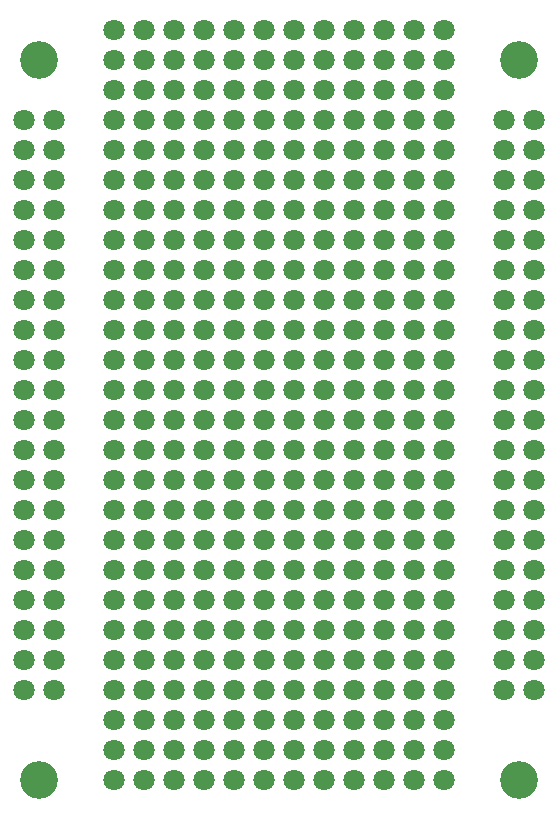
<source format=gbr>
%TF.GenerationSoftware,KiCad,Pcbnew,(5.1.10-1-10_14)*%
%TF.CreationDate,2021-09-01T11:57:48-05:00*%
%TF.ProjectId,soldering,736f6c64-6572-4696-9e67-2e6b69636164,rev?*%
%TF.SameCoordinates,Original*%
%TF.FileFunction,Soldermask,Top*%
%TF.FilePolarity,Negative*%
%FSLAX46Y46*%
G04 Gerber Fmt 4.6, Leading zero omitted, Abs format (unit mm)*
G04 Created by KiCad (PCBNEW (5.1.10-1-10_14)) date 2021-09-01 11:57:48*
%MOMM*%
%LPD*%
G01*
G04 APERTURE LIST*
%ADD10C,1.800000*%
%ADD11C,3.200000*%
G04 APERTURE END LIST*
D10*
%TO.C,REF\u002A\u002A*%
X154940000Y-99060000D03*
%TD*%
%TO.C,REF\u002A\u002A*%
X152400000Y-99060000D03*
%TD*%
%TO.C,REF\u002A\u002A*%
X111760000Y-99060000D03*
%TD*%
%TO.C,REF\u002A\u002A*%
X114300000Y-99060000D03*
%TD*%
%TO.C,REF\u002A\u002A*%
X147320000Y-104140000D03*
%TD*%
%TO.C,REF\u002A\u002A*%
X144780000Y-106680000D03*
%TD*%
%TO.C,REF\u002A\u002A*%
X144780000Y-154940000D03*
%TD*%
%TO.C,REF\u002A\u002A*%
X147320000Y-154940000D03*
%TD*%
%TO.C,REF\u002A\u002A*%
X147320000Y-147320000D03*
%TD*%
%TO.C,REF\u002A\u002A*%
X144780000Y-132080000D03*
%TD*%
%TO.C,REF\u002A\u002A*%
X147320000Y-142240000D03*
%TD*%
%TO.C,REF\u002A\u002A*%
X147320000Y-99060000D03*
%TD*%
%TO.C,REF\u002A\u002A*%
X147320000Y-91440000D03*
%TD*%
%TO.C,REF\u002A\u002A*%
X147320000Y-101600000D03*
%TD*%
%TO.C,REF\u002A\u002A*%
X144780000Y-116840000D03*
%TD*%
%TO.C,REF\u002A\u002A*%
X147320000Y-119380000D03*
%TD*%
%TO.C,REF\u002A\u002A*%
X147320000Y-109220000D03*
%TD*%
%TO.C,REF\u002A\u002A*%
X144780000Y-111760000D03*
%TD*%
%TO.C,REF\u002A\u002A*%
X147320000Y-114300000D03*
%TD*%
%TO.C,REF\u002A\u002A*%
X142240000Y-152400000D03*
%TD*%
%TO.C,REF\u002A\u002A*%
X142240000Y-142240000D03*
%TD*%
%TO.C,REF\u002A\u002A*%
X139700000Y-149860000D03*
%TD*%
%TO.C,REF\u002A\u002A*%
X139700000Y-152400000D03*
%TD*%
%TO.C,REF\u002A\u002A*%
X144780000Y-101600000D03*
%TD*%
%TO.C,REF\u002A\u002A*%
X144780000Y-152400000D03*
%TD*%
%TO.C,REF\u002A\u002A*%
X142240000Y-116840000D03*
%TD*%
%TO.C,REF\u002A\u002A*%
X139700000Y-104140000D03*
%TD*%
%TO.C,REF\u002A\u002A*%
X142240000Y-106680000D03*
%TD*%
%TO.C,REF\u002A\u002A*%
X142240000Y-132080000D03*
%TD*%
%TO.C,REF\u002A\u002A*%
X139700000Y-144780000D03*
%TD*%
%TO.C,REF\u002A\u002A*%
X147320000Y-124460000D03*
%TD*%
%TO.C,REF\u002A\u002A*%
X144780000Y-99060000D03*
%TD*%
%TO.C,REF\u002A\u002A*%
X144780000Y-91440000D03*
%TD*%
%TO.C,REF\u002A\u002A*%
X147320000Y-111760000D03*
%TD*%
%TO.C,REF\u002A\u002A*%
X147320000Y-129540000D03*
%TD*%
%TO.C,REF\u002A\u002A*%
X147320000Y-93980000D03*
%TD*%
%TO.C,REF\u002A\u002A*%
X147320000Y-134620000D03*
%TD*%
%TO.C,REF\u002A\u002A*%
X144780000Y-119380000D03*
%TD*%
%TO.C,REF\u002A\u002A*%
X144780000Y-114300000D03*
%TD*%
%TO.C,REF\u002A\u002A*%
X147320000Y-127000000D03*
%TD*%
%TO.C,REF\u002A\u002A*%
X144780000Y-124460000D03*
%TD*%
%TO.C,REF\u002A\u002A*%
X144780000Y-96520000D03*
%TD*%
%TO.C,REF\u002A\u002A*%
X144780000Y-127000000D03*
%TD*%
%TO.C,REF\u002A\u002A*%
X139700000Y-154940000D03*
%TD*%
%TO.C,REF\u002A\u002A*%
X142240000Y-154940000D03*
%TD*%
%TO.C,REF\u002A\u002A*%
X147320000Y-121920000D03*
%TD*%
%TO.C,REF\u002A\u002A*%
X144780000Y-129540000D03*
%TD*%
%TO.C,REF\u002A\u002A*%
X144780000Y-109220000D03*
%TD*%
%TO.C,REF\u002A\u002A*%
X144780000Y-93980000D03*
%TD*%
%TO.C,REF\u002A\u002A*%
X147320000Y-96520000D03*
%TD*%
%TO.C,REF\u002A\u002A*%
X147320000Y-139700000D03*
%TD*%
%TO.C,REF\u002A\u002A*%
X144780000Y-149860000D03*
%TD*%
%TO.C,REF\u002A\u002A*%
X144780000Y-121920000D03*
%TD*%
%TO.C,REF\u002A\u002A*%
X147320000Y-137160000D03*
%TD*%
%TO.C,REF\u002A\u002A*%
X144780000Y-137160000D03*
%TD*%
%TO.C,REF\u002A\u002A*%
X144780000Y-134620000D03*
%TD*%
%TO.C,REF\u002A\u002A*%
X147320000Y-149860000D03*
%TD*%
%TO.C,REF\u002A\u002A*%
X144780000Y-142240000D03*
%TD*%
%TO.C,REF\u002A\u002A*%
X147320000Y-116840000D03*
%TD*%
%TO.C,REF\u002A\u002A*%
X144780000Y-104140000D03*
%TD*%
%TO.C,REF\u002A\u002A*%
X147320000Y-106680000D03*
%TD*%
%TO.C,REF\u002A\u002A*%
X147320000Y-132080000D03*
%TD*%
%TO.C,REF\u002A\u002A*%
X144780000Y-144780000D03*
%TD*%
%TO.C,REF\u002A\u002A*%
X144780000Y-147320000D03*
%TD*%
%TO.C,REF\u002A\u002A*%
X147320000Y-144780000D03*
%TD*%
%TO.C,REF\u002A\u002A*%
X144780000Y-139700000D03*
%TD*%
%TO.C,REF\u002A\u002A*%
X147320000Y-152400000D03*
%TD*%
%TO.C,REF\u002A\u002A*%
X142240000Y-147320000D03*
%TD*%
%TO.C,REF\u002A\u002A*%
X142240000Y-139700000D03*
%TD*%
%TO.C,REF\u002A\u002A*%
X142240000Y-144780000D03*
%TD*%
%TO.C,REF\u002A\u002A*%
X139700000Y-139700000D03*
%TD*%
%TO.C,REF\u002A\u002A*%
X139700000Y-147320000D03*
%TD*%
%TO.C,REF\u002A\u002A*%
X139700000Y-142240000D03*
%TD*%
%TO.C,REF\u002A\u002A*%
X142240000Y-149860000D03*
%TD*%
%TO.C,REF\u002A\u002A*%
X139700000Y-96520000D03*
%TD*%
%TO.C,REF\u002A\u002A*%
X139700000Y-106680000D03*
%TD*%
%TO.C,REF\u002A\u002A*%
X142240000Y-137160000D03*
%TD*%
%TO.C,REF\u002A\u002A*%
X139700000Y-93980000D03*
%TD*%
%TO.C,REF\u002A\u002A*%
X139700000Y-134620000D03*
%TD*%
%TO.C,REF\u002A\u002A*%
X139700000Y-132080000D03*
%TD*%
%TO.C,REF\u002A\u002A*%
X139700000Y-109220000D03*
%TD*%
%TO.C,REF\u002A\u002A*%
X139700000Y-101600000D03*
%TD*%
%TO.C,REF\u002A\u002A*%
X142240000Y-91440000D03*
%TD*%
%TO.C,REF\u002A\u002A*%
X139700000Y-121920000D03*
%TD*%
%TO.C,REF\u002A\u002A*%
X142240000Y-99060000D03*
%TD*%
%TO.C,REF\u002A\u002A*%
X142240000Y-96520000D03*
%TD*%
%TO.C,REF\u002A\u002A*%
X142240000Y-104140000D03*
%TD*%
%TO.C,REF\u002A\u002A*%
X139700000Y-137160000D03*
%TD*%
%TO.C,REF\u002A\u002A*%
X142240000Y-121920000D03*
%TD*%
%TO.C,REF\u002A\u002A*%
X139700000Y-129540000D03*
%TD*%
%TO.C,REF\u002A\u002A*%
X139700000Y-127000000D03*
%TD*%
%TO.C,REF\u002A\u002A*%
X142240000Y-93980000D03*
%TD*%
%TO.C,REF\u002A\u002A*%
X142240000Y-111760000D03*
%TD*%
%TO.C,REF\u002A\u002A*%
X142240000Y-129540000D03*
%TD*%
%TO.C,REF\u002A\u002A*%
X142240000Y-127000000D03*
%TD*%
%TO.C,REF\u002A\u002A*%
X139700000Y-124460000D03*
%TD*%
%TO.C,REF\u002A\u002A*%
X142240000Y-109220000D03*
%TD*%
%TO.C,REF\u002A\u002A*%
X139700000Y-99060000D03*
%TD*%
%TO.C,REF\u002A\u002A*%
X139700000Y-91440000D03*
%TD*%
%TO.C,REF\u002A\u002A*%
X142240000Y-101600000D03*
%TD*%
%TO.C,REF\u002A\u002A*%
X142240000Y-114300000D03*
%TD*%
%TO.C,REF\u002A\u002A*%
X139700000Y-116840000D03*
%TD*%
%TO.C,REF\u002A\u002A*%
X142240000Y-119380000D03*
%TD*%
%TO.C,REF\u002A\u002A*%
X142240000Y-124460000D03*
%TD*%
%TO.C,REF\u002A\u002A*%
X139700000Y-111760000D03*
%TD*%
%TO.C,REF\u002A\u002A*%
X139700000Y-114300000D03*
%TD*%
%TO.C,REF\u002A\u002A*%
X142240000Y-134620000D03*
%TD*%
%TO.C,REF\u002A\u002A*%
X139700000Y-119380000D03*
%TD*%
%TO.C,REF\u002A\u002A*%
X132080000Y-134620000D03*
%TD*%
%TO.C,REF\u002A\u002A*%
X129540000Y-119380000D03*
%TD*%
%TO.C,REF\u002A\u002A*%
X129540000Y-114300000D03*
%TD*%
%TO.C,REF\u002A\u002A*%
X129540000Y-127000000D03*
%TD*%
%TO.C,REF\u002A\u002A*%
X132080000Y-121920000D03*
%TD*%
%TO.C,REF\u002A\u002A*%
X129540000Y-129540000D03*
%TD*%
%TO.C,REF\u002A\u002A*%
X132080000Y-101600000D03*
%TD*%
%TO.C,REF\u002A\u002A*%
X132080000Y-109220000D03*
%TD*%
%TO.C,REF\u002A\u002A*%
X129540000Y-111760000D03*
%TD*%
%TO.C,REF\u002A\u002A*%
X132080000Y-114300000D03*
%TD*%
%TO.C,REF\u002A\u002A*%
X129540000Y-116840000D03*
%TD*%
%TO.C,REF\u002A\u002A*%
X132080000Y-119380000D03*
%TD*%
%TO.C,REF\u002A\u002A*%
X132080000Y-124460000D03*
%TD*%
%TO.C,REF\u002A\u002A*%
X129540000Y-99060000D03*
%TD*%
%TO.C,REF\u002A\u002A*%
X129540000Y-91440000D03*
%TD*%
%TO.C,REF\u002A\u002A*%
X132080000Y-93980000D03*
%TD*%
%TO.C,REF\u002A\u002A*%
X132080000Y-111760000D03*
%TD*%
%TO.C,REF\u002A\u002A*%
X132080000Y-129540000D03*
%TD*%
%TO.C,REF\u002A\u002A*%
X132080000Y-127000000D03*
%TD*%
%TO.C,REF\u002A\u002A*%
X129540000Y-124460000D03*
%TD*%
%TO.C,REF\u002A\u002A*%
X129540000Y-96520000D03*
%TD*%
%TO.C,REF\u002A\u002A*%
X132080000Y-99060000D03*
%TD*%
%TO.C,REF\u002A\u002A*%
X129540000Y-93980000D03*
%TD*%
%TO.C,REF\u002A\u002A*%
X132080000Y-96520000D03*
%TD*%
%TO.C,REF\u002A\u002A*%
X132080000Y-104140000D03*
%TD*%
%TO.C,REF\u002A\u002A*%
X129540000Y-106680000D03*
%TD*%
%TO.C,REF\u002A\u002A*%
X129540000Y-132080000D03*
%TD*%
%TO.C,REF\u002A\u002A*%
X129540000Y-109220000D03*
%TD*%
%TO.C,REF\u002A\u002A*%
X129540000Y-101600000D03*
%TD*%
%TO.C,REF\u002A\u002A*%
X132080000Y-91440000D03*
%TD*%
%TO.C,REF\u002A\u002A*%
X129540000Y-121920000D03*
%TD*%
%TO.C,REF\u002A\u002A*%
X132080000Y-137160000D03*
%TD*%
%TO.C,REF\u002A\u002A*%
X129540000Y-137160000D03*
%TD*%
%TO.C,REF\u002A\u002A*%
X129540000Y-134620000D03*
%TD*%
%TO.C,REF\u002A\u002A*%
X132080000Y-149860000D03*
%TD*%
%TO.C,REF\u002A\u002A*%
X129540000Y-142240000D03*
%TD*%
%TO.C,REF\u002A\u002A*%
X132080000Y-116840000D03*
%TD*%
%TO.C,REF\u002A\u002A*%
X129540000Y-104140000D03*
%TD*%
%TO.C,REF\u002A\u002A*%
X132080000Y-106680000D03*
%TD*%
%TO.C,REF\u002A\u002A*%
X132080000Y-132080000D03*
%TD*%
%TO.C,REF\u002A\u002A*%
X129540000Y-144780000D03*
%TD*%
%TO.C,REF\u002A\u002A*%
X137160000Y-124460000D03*
%TD*%
%TO.C,REF\u002A\u002A*%
X134620000Y-99060000D03*
%TD*%
%TO.C,REF\u002A\u002A*%
X134620000Y-91440000D03*
%TD*%
%TO.C,REF\u002A\u002A*%
X137160000Y-111760000D03*
%TD*%
%TO.C,REF\u002A\u002A*%
X137160000Y-129540000D03*
%TD*%
%TO.C,REF\u002A\u002A*%
X137160000Y-93980000D03*
%TD*%
%TO.C,REF\u002A\u002A*%
X137160000Y-134620000D03*
%TD*%
%TO.C,REF\u002A\u002A*%
X134620000Y-119380000D03*
%TD*%
%TO.C,REF\u002A\u002A*%
X134620000Y-114300000D03*
%TD*%
%TO.C,REF\u002A\u002A*%
X137160000Y-127000000D03*
%TD*%
%TO.C,REF\u002A\u002A*%
X134620000Y-124460000D03*
%TD*%
%TO.C,REF\u002A\u002A*%
X134620000Y-96520000D03*
%TD*%
%TO.C,REF\u002A\u002A*%
X134620000Y-127000000D03*
%TD*%
%TO.C,REF\u002A\u002A*%
X137160000Y-121920000D03*
%TD*%
%TO.C,REF\u002A\u002A*%
X134620000Y-129540000D03*
%TD*%
%TO.C,REF\u002A\u002A*%
X137160000Y-101600000D03*
%TD*%
%TO.C,REF\u002A\u002A*%
X134620000Y-116840000D03*
%TD*%
%TO.C,REF\u002A\u002A*%
X137160000Y-119380000D03*
%TD*%
%TO.C,REF\u002A\u002A*%
X137160000Y-109220000D03*
%TD*%
%TO.C,REF\u002A\u002A*%
X134620000Y-111760000D03*
%TD*%
%TO.C,REF\u002A\u002A*%
X137160000Y-114300000D03*
%TD*%
%TO.C,REF\u002A\u002A*%
X134620000Y-109220000D03*
%TD*%
%TO.C,REF\u002A\u002A*%
X134620000Y-101600000D03*
%TD*%
%TO.C,REF\u002A\u002A*%
X134620000Y-152400000D03*
%TD*%
%TO.C,REF\u002A\u002A*%
X137160000Y-104140000D03*
%TD*%
%TO.C,REF\u002A\u002A*%
X134620000Y-106680000D03*
%TD*%
%TO.C,REF\u002A\u002A*%
X134620000Y-154940000D03*
%TD*%
%TO.C,REF\u002A\u002A*%
X137160000Y-154940000D03*
%TD*%
%TO.C,REF\u002A\u002A*%
X137160000Y-147320000D03*
%TD*%
%TO.C,REF\u002A\u002A*%
X134620000Y-132080000D03*
%TD*%
%TO.C,REF\u002A\u002A*%
X137160000Y-142240000D03*
%TD*%
%TO.C,REF\u002A\u002A*%
X137160000Y-99060000D03*
%TD*%
%TO.C,REF\u002A\u002A*%
X134620000Y-93980000D03*
%TD*%
%TO.C,REF\u002A\u002A*%
X137160000Y-96520000D03*
%TD*%
%TO.C,REF\u002A\u002A*%
X137160000Y-139700000D03*
%TD*%
%TO.C,REF\u002A\u002A*%
X134620000Y-121920000D03*
%TD*%
%TO.C,REF\u002A\u002A*%
X137160000Y-137160000D03*
%TD*%
%TO.C,REF\u002A\u002A*%
X134620000Y-137160000D03*
%TD*%
%TO.C,REF\u002A\u002A*%
X134620000Y-134620000D03*
%TD*%
%TO.C,REF\u002A\u002A*%
X137160000Y-149860000D03*
%TD*%
%TO.C,REF\u002A\u002A*%
X134620000Y-142240000D03*
%TD*%
%TO.C,REF\u002A\u002A*%
X137160000Y-116840000D03*
%TD*%
%TO.C,REF\u002A\u002A*%
X134620000Y-104140000D03*
%TD*%
%TO.C,REF\u002A\u002A*%
X137160000Y-106680000D03*
%TD*%
%TO.C,REF\u002A\u002A*%
X137160000Y-132080000D03*
%TD*%
%TO.C,REF\u002A\u002A*%
X134620000Y-144780000D03*
%TD*%
%TO.C,REF\u002A\u002A*%
X134620000Y-147320000D03*
%TD*%
%TO.C,REF\u002A\u002A*%
X137160000Y-144780000D03*
%TD*%
%TO.C,REF\u002A\u002A*%
X134620000Y-139700000D03*
%TD*%
%TO.C,REF\u002A\u002A*%
X137160000Y-152400000D03*
%TD*%
%TO.C,REF\u002A\u002A*%
X137160000Y-91440000D03*
%TD*%
%TO.C,REF\u002A\u002A*%
X134620000Y-149860000D03*
%TD*%
%TO.C,REF\u002A\u002A*%
X129540000Y-154940000D03*
%TD*%
%TO.C,REF\u002A\u002A*%
X132080000Y-154940000D03*
%TD*%
%TO.C,REF\u002A\u002A*%
X132080000Y-147320000D03*
%TD*%
%TO.C,REF\u002A\u002A*%
X132080000Y-139700000D03*
%TD*%
%TO.C,REF\u002A\u002A*%
X132080000Y-144780000D03*
%TD*%
%TO.C,REF\u002A\u002A*%
X129540000Y-139700000D03*
%TD*%
%TO.C,REF\u002A\u002A*%
X129540000Y-147320000D03*
%TD*%
%TO.C,REF\u002A\u002A*%
X132080000Y-152400000D03*
%TD*%
%TO.C,REF\u002A\u002A*%
X132080000Y-142240000D03*
%TD*%
%TO.C,REF\u002A\u002A*%
X129540000Y-149860000D03*
%TD*%
%TO.C,REF\u002A\u002A*%
X129540000Y-152400000D03*
%TD*%
%TO.C,REF\u002A\u002A*%
X127000000Y-134620000D03*
%TD*%
%TO.C,REF\u002A\u002A*%
X124460000Y-119380000D03*
%TD*%
%TO.C,REF\u002A\u002A*%
X124460000Y-114300000D03*
%TD*%
%TO.C,REF\u002A\u002A*%
X124460000Y-127000000D03*
%TD*%
%TO.C,REF\u002A\u002A*%
X127000000Y-121920000D03*
%TD*%
%TO.C,REF\u002A\u002A*%
X124460000Y-129540000D03*
%TD*%
%TO.C,REF\u002A\u002A*%
X127000000Y-101600000D03*
%TD*%
%TO.C,REF\u002A\u002A*%
X127000000Y-109220000D03*
%TD*%
%TO.C,REF\u002A\u002A*%
X124460000Y-111760000D03*
%TD*%
%TO.C,REF\u002A\u002A*%
X127000000Y-114300000D03*
%TD*%
%TO.C,REF\u002A\u002A*%
X124460000Y-116840000D03*
%TD*%
%TO.C,REF\u002A\u002A*%
X127000000Y-119380000D03*
%TD*%
%TO.C,REF\u002A\u002A*%
X127000000Y-124460000D03*
%TD*%
%TO.C,REF\u002A\u002A*%
X124460000Y-99060000D03*
%TD*%
%TO.C,REF\u002A\u002A*%
X124460000Y-91440000D03*
%TD*%
%TO.C,REF\u002A\u002A*%
X127000000Y-93980000D03*
%TD*%
%TO.C,REF\u002A\u002A*%
X127000000Y-111760000D03*
%TD*%
%TO.C,REF\u002A\u002A*%
X127000000Y-129540000D03*
%TD*%
%TO.C,REF\u002A\u002A*%
X127000000Y-127000000D03*
%TD*%
%TO.C,REF\u002A\u002A*%
X124460000Y-124460000D03*
%TD*%
%TO.C,REF\u002A\u002A*%
X124460000Y-96520000D03*
%TD*%
%TO.C,REF\u002A\u002A*%
X127000000Y-99060000D03*
%TD*%
%TO.C,REF\u002A\u002A*%
X124460000Y-93980000D03*
%TD*%
%TO.C,REF\u002A\u002A*%
X127000000Y-96520000D03*
%TD*%
%TO.C,REF\u002A\u002A*%
X127000000Y-104140000D03*
%TD*%
%TO.C,REF\u002A\u002A*%
X124460000Y-106680000D03*
%TD*%
%TO.C,REF\u002A\u002A*%
X124460000Y-132080000D03*
%TD*%
%TO.C,REF\u002A\u002A*%
X124460000Y-109220000D03*
%TD*%
%TO.C,REF\u002A\u002A*%
X124460000Y-101600000D03*
%TD*%
%TO.C,REF\u002A\u002A*%
X127000000Y-91440000D03*
%TD*%
%TO.C,REF\u002A\u002A*%
X124460000Y-121920000D03*
%TD*%
%TO.C,REF\u002A\u002A*%
X127000000Y-137160000D03*
%TD*%
%TO.C,REF\u002A\u002A*%
X124460000Y-137160000D03*
%TD*%
%TO.C,REF\u002A\u002A*%
X124460000Y-134620000D03*
%TD*%
%TO.C,REF\u002A\u002A*%
X127000000Y-149860000D03*
%TD*%
%TO.C,REF\u002A\u002A*%
X124460000Y-142240000D03*
%TD*%
%TO.C,REF\u002A\u002A*%
X127000000Y-116840000D03*
%TD*%
%TO.C,REF\u002A\u002A*%
X124460000Y-104140000D03*
%TD*%
%TO.C,REF\u002A\u002A*%
X127000000Y-106680000D03*
%TD*%
%TO.C,REF\u002A\u002A*%
X127000000Y-132080000D03*
%TD*%
%TO.C,REF\u002A\u002A*%
X124460000Y-144780000D03*
%TD*%
%TO.C,REF\u002A\u002A*%
X124460000Y-154940000D03*
%TD*%
%TO.C,REF\u002A\u002A*%
X127000000Y-154940000D03*
%TD*%
%TO.C,REF\u002A\u002A*%
X127000000Y-147320000D03*
%TD*%
%TO.C,REF\u002A\u002A*%
X127000000Y-139700000D03*
%TD*%
%TO.C,REF\u002A\u002A*%
X127000000Y-144780000D03*
%TD*%
%TO.C,REF\u002A\u002A*%
X124460000Y-139700000D03*
%TD*%
%TO.C,REF\u002A\u002A*%
X124460000Y-147320000D03*
%TD*%
%TO.C,REF\u002A\u002A*%
X127000000Y-152400000D03*
%TD*%
%TO.C,REF\u002A\u002A*%
X127000000Y-142240000D03*
%TD*%
%TO.C,REF\u002A\u002A*%
X124460000Y-149860000D03*
%TD*%
%TO.C,REF\u002A\u002A*%
X124460000Y-152400000D03*
%TD*%
%TO.C,REF\u002A\u002A*%
X121920000Y-154940000D03*
%TD*%
%TO.C,REF\u002A\u002A*%
X119380000Y-154940000D03*
%TD*%
%TO.C,REF\u002A\u002A*%
X121920000Y-149860000D03*
%TD*%
%TO.C,REF\u002A\u002A*%
X119380000Y-142240000D03*
%TD*%
%TO.C,REF\u002A\u002A*%
X119380000Y-144780000D03*
%TD*%
%TO.C,REF\u002A\u002A*%
X121920000Y-139700000D03*
%TD*%
%TO.C,REF\u002A\u002A*%
X121920000Y-144780000D03*
%TD*%
%TO.C,REF\u002A\u002A*%
X121920000Y-142240000D03*
%TD*%
%TO.C,REF\u002A\u002A*%
X119380000Y-139700000D03*
%TD*%
%TO.C,REF\u002A\u002A*%
X119380000Y-147320000D03*
%TD*%
%TO.C,REF\u002A\u002A*%
X121920000Y-152400000D03*
%TD*%
%TO.C,REF\u002A\u002A*%
X119380000Y-152400000D03*
%TD*%
%TO.C,REF\u002A\u002A*%
X119380000Y-149860000D03*
%TD*%
%TO.C,REF\u002A\u002A*%
X121920000Y-147320000D03*
%TD*%
%TO.C,REF\u002A\u002A*%
X121920000Y-116840000D03*
%TD*%
%TO.C,REF\u002A\u002A*%
X121920000Y-124460000D03*
%TD*%
%TO.C,REF\u002A\u002A*%
X121920000Y-134620000D03*
%TD*%
%TO.C,REF\u002A\u002A*%
X119380000Y-119380000D03*
%TD*%
%TO.C,REF\u002A\u002A*%
X119380000Y-111760000D03*
%TD*%
%TO.C,REF\u002A\u002A*%
X121920000Y-114300000D03*
%TD*%
%TO.C,REF\u002A\u002A*%
X119380000Y-116840000D03*
%TD*%
%TO.C,REF\u002A\u002A*%
X121920000Y-119380000D03*
%TD*%
%TO.C,REF\u002A\u002A*%
X119380000Y-114300000D03*
%TD*%
%TO.C,REF\u002A\u002A*%
X119380000Y-127000000D03*
%TD*%
%TO.C,REF\u002A\u002A*%
X121920000Y-121920000D03*
%TD*%
%TO.C,REF\u002A\u002A*%
X119380000Y-129540000D03*
%TD*%
%TO.C,REF\u002A\u002A*%
X119380000Y-121920000D03*
%TD*%
%TO.C,REF\u002A\u002A*%
X121920000Y-137160000D03*
%TD*%
%TO.C,REF\u002A\u002A*%
X119380000Y-137160000D03*
%TD*%
%TO.C,REF\u002A\u002A*%
X119380000Y-134620000D03*
%TD*%
%TO.C,REF\u002A\u002A*%
X119380000Y-99060000D03*
%TD*%
%TO.C,REF\u002A\u002A*%
X119380000Y-91440000D03*
%TD*%
%TO.C,REF\u002A\u002A*%
X121920000Y-93980000D03*
%TD*%
%TO.C,REF\u002A\u002A*%
X121920000Y-111760000D03*
%TD*%
%TO.C,REF\u002A\u002A*%
X121920000Y-129540000D03*
%TD*%
%TO.C,REF\u002A\u002A*%
X121920000Y-127000000D03*
%TD*%
%TO.C,REF\u002A\u002A*%
X119380000Y-124460000D03*
%TD*%
%TO.C,REF\u002A\u002A*%
X119380000Y-96520000D03*
%TD*%
%TO.C,REF\u002A\u002A*%
X121920000Y-99060000D03*
%TD*%
%TO.C,REF\u002A\u002A*%
X119380000Y-93980000D03*
%TD*%
%TO.C,REF\u002A\u002A*%
X121920000Y-96520000D03*
%TD*%
%TO.C,REF\u002A\u002A*%
X121920000Y-104140000D03*
%TD*%
%TO.C,REF\u002A\u002A*%
X119380000Y-106680000D03*
%TD*%
%TO.C,REF\u002A\u002A*%
X119380000Y-132080000D03*
%TD*%
%TO.C,REF\u002A\u002A*%
X119380000Y-109220000D03*
%TD*%
%TO.C,REF\u002A\u002A*%
X119380000Y-101600000D03*
%TD*%
%TO.C,REF\u002A\u002A*%
X121920000Y-91440000D03*
%TD*%
%TO.C,REF\u002A\u002A*%
X121920000Y-101600000D03*
%TD*%
%TO.C,REF\u002A\u002A*%
X121920000Y-109220000D03*
%TD*%
%TO.C,REF\u002A\u002A*%
X119380000Y-104140000D03*
%TD*%
%TO.C,REF\u002A\u002A*%
X121920000Y-106680000D03*
%TD*%
%TO.C,REF\u002A\u002A*%
X121920000Y-132080000D03*
%TD*%
%TO.C,REF\u002A\u002A*%
X154940000Y-127000000D03*
%TD*%
%TO.C,REF\u002A\u002A*%
X154940000Y-134620000D03*
%TD*%
%TO.C,REF\u002A\u002A*%
X154940000Y-144780000D03*
%TD*%
%TO.C,REF\u002A\u002A*%
X152400000Y-129540000D03*
%TD*%
%TO.C,REF\u002A\u002A*%
X152400000Y-121920000D03*
%TD*%
%TO.C,REF\u002A\u002A*%
X154940000Y-124460000D03*
%TD*%
%TO.C,REF\u002A\u002A*%
X152400000Y-127000000D03*
%TD*%
%TO.C,REF\u002A\u002A*%
X154940000Y-129540000D03*
%TD*%
%TO.C,REF\u002A\u002A*%
X152400000Y-124460000D03*
%TD*%
%TO.C,REF\u002A\u002A*%
X152400000Y-137160000D03*
%TD*%
%TO.C,REF\u002A\u002A*%
X154940000Y-132080000D03*
%TD*%
%TO.C,REF\u002A\u002A*%
X152400000Y-139700000D03*
%TD*%
%TO.C,REF\u002A\u002A*%
X152400000Y-132080000D03*
%TD*%
%TO.C,REF\u002A\u002A*%
X154940000Y-147320000D03*
%TD*%
%TO.C,REF\u002A\u002A*%
X152400000Y-147320000D03*
%TD*%
%TO.C,REF\u002A\u002A*%
X152400000Y-144780000D03*
%TD*%
%TO.C,REF\u002A\u002A*%
X152400000Y-109220000D03*
%TD*%
%TO.C,REF\u002A\u002A*%
X152400000Y-101600000D03*
%TD*%
%TO.C,REF\u002A\u002A*%
X154940000Y-104140000D03*
%TD*%
%TO.C,REF\u002A\u002A*%
X154940000Y-121920000D03*
%TD*%
%TO.C,REF\u002A\u002A*%
X154940000Y-139700000D03*
%TD*%
%TO.C,REF\u002A\u002A*%
X154940000Y-137160000D03*
%TD*%
%TO.C,REF\u002A\u002A*%
X152400000Y-134620000D03*
%TD*%
%TO.C,REF\u002A\u002A*%
X152400000Y-106680000D03*
%TD*%
%TO.C,REF\u002A\u002A*%
X154940000Y-109220000D03*
%TD*%
%TO.C,REF\u002A\u002A*%
X152400000Y-104140000D03*
%TD*%
%TO.C,REF\u002A\u002A*%
X154940000Y-106680000D03*
%TD*%
%TO.C,REF\u002A\u002A*%
X154940000Y-114300000D03*
%TD*%
%TO.C,REF\u002A\u002A*%
X152400000Y-116840000D03*
%TD*%
%TO.C,REF\u002A\u002A*%
X152400000Y-142240000D03*
%TD*%
%TO.C,REF\u002A\u002A*%
X152400000Y-119380000D03*
%TD*%
%TO.C,REF\u002A\u002A*%
X152400000Y-111760000D03*
%TD*%
%TO.C,REF\u002A\u002A*%
X154940000Y-101600000D03*
%TD*%
%TO.C,REF\u002A\u002A*%
X154940000Y-111760000D03*
%TD*%
%TO.C,REF\u002A\u002A*%
X154940000Y-119380000D03*
%TD*%
%TO.C,REF\u002A\u002A*%
X152400000Y-114300000D03*
%TD*%
%TO.C,REF\u002A\u002A*%
X154940000Y-116840000D03*
%TD*%
%TO.C,REF\u002A\u002A*%
X154940000Y-142240000D03*
%TD*%
%TO.C,REF\u002A\u002A*%
X114300000Y-147320000D03*
%TD*%
%TO.C,REF\u002A\u002A*%
X111760000Y-147320000D03*
%TD*%
%TO.C,REF\u002A\u002A*%
X111760000Y-144780000D03*
%TD*%
%TO.C,REF\u002A\u002A*%
X114300000Y-144780000D03*
%TD*%
%TO.C,REF\u002A\u002A*%
X111760000Y-142240000D03*
%TD*%
%TO.C,REF\u002A\u002A*%
X114300000Y-142240000D03*
%TD*%
%TO.C,REF\u002A\u002A*%
X111760000Y-129540000D03*
%TD*%
%TO.C,REF\u002A\u002A*%
X111760000Y-121920000D03*
%TD*%
%TO.C,REF\u002A\u002A*%
X114300000Y-124460000D03*
%TD*%
%TO.C,REF\u002A\u002A*%
X111760000Y-127000000D03*
%TD*%
%TO.C,REF\u002A\u002A*%
X114300000Y-129540000D03*
%TD*%
%TO.C,REF\u002A\u002A*%
X111760000Y-124460000D03*
%TD*%
%TO.C,REF\u002A\u002A*%
X114300000Y-127000000D03*
%TD*%
%TO.C,REF\u002A\u002A*%
X114300000Y-134620000D03*
%TD*%
%TO.C,REF\u002A\u002A*%
X111760000Y-137160000D03*
%TD*%
%TO.C,REF\u002A\u002A*%
X111760000Y-139700000D03*
%TD*%
%TO.C,REF\u002A\u002A*%
X111760000Y-132080000D03*
%TD*%
%TO.C,REF\u002A\u002A*%
X114300000Y-121920000D03*
%TD*%
%TO.C,REF\u002A\u002A*%
X114300000Y-132080000D03*
%TD*%
%TO.C,REF\u002A\u002A*%
X114300000Y-139700000D03*
%TD*%
%TO.C,REF\u002A\u002A*%
X111760000Y-134620000D03*
%TD*%
%TO.C,REF\u002A\u002A*%
X114300000Y-137160000D03*
%TD*%
%TO.C,REF\u002A\u002A*%
X111760000Y-119380000D03*
%TD*%
%TO.C,REF\u002A\u002A*%
X111760000Y-111760000D03*
%TD*%
%TO.C,REF\u002A\u002A*%
X114300000Y-114300000D03*
%TD*%
%TO.C,REF\u002A\u002A*%
X111760000Y-116840000D03*
%TD*%
%TO.C,REF\u002A\u002A*%
X114300000Y-119380000D03*
%TD*%
%TO.C,REF\u002A\u002A*%
X111760000Y-114300000D03*
%TD*%
%TO.C,REF\u002A\u002A*%
X114300000Y-116840000D03*
%TD*%
%TO.C,REF\u002A\u002A*%
X114300000Y-111760000D03*
%TD*%
%TO.C,REF\u002A\u002A*%
X111760000Y-106680000D03*
%TD*%
%TO.C,REF\u002A\u002A*%
X114300000Y-109220000D03*
%TD*%
%TO.C,REF\u002A\u002A*%
X111760000Y-109220000D03*
%TD*%
%TO.C,REF\u002A\u002A*%
X114300000Y-106680000D03*
%TD*%
%TO.C,REF\u002A\u002A*%
X111760000Y-101600000D03*
%TD*%
%TO.C,REF\u002A\u002A*%
X111760000Y-104140000D03*
%TD*%
%TO.C,REF\u002A\u002A*%
X114300000Y-104140000D03*
%TD*%
%TO.C,REF\u002A\u002A*%
X114300000Y-101600000D03*
%TD*%
D11*
%TO.C,REF\u002A\u002A*%
X113030000Y-154940000D03*
%TD*%
%TO.C,REF\u002A\u002A*%
X113030000Y-93980000D03*
%TD*%
%TO.C,REF\u002A\u002A*%
X153670000Y-93980000D03*
%TD*%
%TO.C,REF\u002A\u002A*%
X153670000Y-154940000D03*
%TD*%
M02*

</source>
